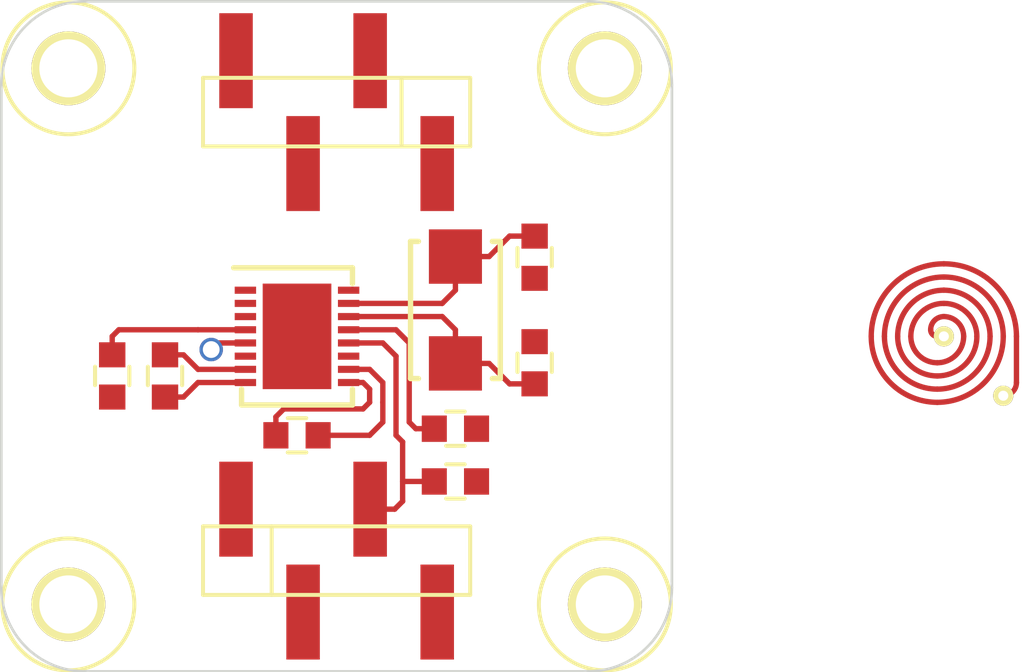
<source format=kicad_pcb>
(kicad_pcb (version 3) (host pcbnew "(2013-07-07 BZR 4022)-stable")

  (general
    (links 28)
    (no_connects 16)
    (area 127.895134 122.061799 171.254001 147.938201)
    (thickness 1.6)
    (drawings 8)
    (tracks 52)
    (zones 0)
    (modules 16)
    (nets 16)
  )

  (page A3)
  (layers
    (15 F.Cu signal)
    (0 B.Cu signal)
    (16 B.Adhes user)
    (17 F.Adhes user)
    (18 B.Paste user)
    (19 F.Paste user)
    (20 B.SilkS user)
    (21 F.SilkS user)
    (22 B.Mask user)
    (23 F.Mask user)
    (24 Dwgs.User user)
    (25 Cmts.User user)
    (26 Eco1.User user)
    (27 Eco2.User user)
    (28 Edge.Cuts user)
  )

  (setup
    (last_trace_width 0.2032)
    (trace_clearance 0.2032)
    (zone_clearance 0.508)
    (zone_45_only no)
    (trace_min 0.2032)
    (segment_width 0.2)
    (edge_width 0.1)
    (via_size 0.889)
    (via_drill 0.635)
    (via_min_size 0.889)
    (via_min_drill 0.508)
    (uvia_size 0.508)
    (uvia_drill 0.127)
    (uvias_allowed no)
    (uvia_min_size 0.508)
    (uvia_min_drill 0.127)
    (pcb_text_width 0.3)
    (pcb_text_size 1.5 1.5)
    (mod_edge_width 0.0762)
    (mod_text_size 1 1)
    (mod_text_width 0.15)
    (pad_size 2.06 2.01)
    (pad_drill 0)
    (pad_to_mask_clearance 0)
    (aux_axis_origin 145 135)
    (visible_elements FFFFFFBF)
    (pcbplotparams
      (layerselection 3178497)
      (usegerberextensions true)
      (excludeedgelayer true)
      (linewidth 0.150000)
      (plotframeref false)
      (viasonmask false)
      (mode 1)
      (useauxorigin false)
      (hpglpennumber 1)
      (hpglpenspeed 20)
      (hpglpendiameter 15)
      (hpglpenoverlay 2)
      (psnegative false)
      (psa4output false)
      (plotreference true)
      (plotvalue true)
      (plotothertext true)
      (plotinvisibletext false)
      (padsonsilk false)
      (subtractmaskfromsilk false)
      (outputformat 1)
      (mirror false)
      (drillshape 1)
      (scaleselection 1)
      (outputdirectory ""))
  )

  (net 0 "")
  (net 1 +3.3V)
  (net 2 +5V)
  (net 3 /CS)
  (net 4 /INT)
  (net 5 /MISO)
  (net 6 /MOSI)
  (net 7 /SCK)
  (net 8 /XIN)
  (net 9 /XOUT)
  (net 10 GND)
  (net 11 N-0000011)
  (net 12 N-0000012)
  (net 13 N-0000013)
  (net 14 N-0000014)
  (net 15 N-0000015)

  (net_class Default "This is the default net class."
    (clearance 0.2032)
    (trace_width 0.2032)
    (via_dia 0.889)
    (via_drill 0.635)
    (uvia_dia 0.508)
    (uvia_drill 0.127)
    (add_net "")
    (add_net +3.3V)
    (add_net +5V)
    (add_net /CS)
    (add_net /INT)
    (add_net /MISO)
    (add_net /MOSI)
    (add_net /SCK)
    (add_net /XIN)
    (add_net /XOUT)
    (add_net GND)
    (add_net N-0000011)
    (add_net N-0000012)
    (add_net N-0000013)
    (add_net N-0000014)
    (add_net N-0000015)
  )

  (module SON50P500X400-17N (layer F.Cu) (tedit 5287EB5E) (tstamp 528E9622)
    (at 143.5 135 270)
    (path /5287E9D6)
    (fp_text reference U1 (at 0 0 270) (layer F.SilkS) hide
      (effects (font (size 1.524 1.016) (thickness 0.254)))
    )
    (fp_text value LDC1000 (at 4 0 360) (layer F.SilkS) hide
      (effects (font (size 1.524 1.016) (thickness 0.254)))
    )
    (fp_line (start 2 -2.1) (end 2.6 -2.1) (layer F.SilkS) (width 0.2032))
    (fp_line (start 2.6 -2.1) (end 2.6 2.1) (layer F.SilkS) (width 0.2032))
    (fp_line (start 2.6 2.1) (end 2 2.1) (layer F.SilkS) (width 0.2032))
    (fp_line (start -2 -2.1) (end -2.6 -2.1) (layer F.SilkS) (width 0.2032))
    (fp_line (start -2.6 -2.1) (end -2.6 2.4) (layer F.SilkS) (width 0.2032))
    (fp_line (start -2.8 -2.6) (end 2.8 -2.6) (layer Eco1.User) (width 0.1016))
    (fp_line (start 2.8 -2.6) (end 2.8 2.6) (layer Eco1.User) (width 0.1016))
    (fp_line (start 2.8 2.6) (end -2.8 2.6) (layer Eco1.User) (width 0.1016))
    (fp_line (start -2.8 2.6) (end -2.8 -2.6) (layer Eco1.User) (width 0.1016))
    (fp_line (start -2.5 -2) (end 2.5 -2) (layer Dwgs.User) (width 0.1016))
    (fp_line (start 2.5 -2) (end 2.5 2) (layer Dwgs.User) (width 0.1016))
    (fp_line (start 2.5 2) (end -2.5 2) (layer Dwgs.User) (width 0.1016))
    (fp_line (start -2.5 2) (end -2.5 -2) (layer Dwgs.User) (width 0.1016))
    (pad 1 smd rect (at -1.75 1.955 270) (size 0.27 0.81)
      (layers F.Cu F.Paste F.Mask)
      (net 7 /SCK)
    )
    (pad 2 smd rect (at -1.25 1.955 270) (size 0.27 0.81)
      (layers F.Cu F.Paste F.Mask)
      (net 3 /CS)
    )
    (pad 3 smd rect (at -0.75 1.955 270) (size 0.27 0.81)
      (layers F.Cu F.Paste F.Mask)
      (net 6 /MOSI)
    )
    (pad 4 smd rect (at -0.25 1.955 270) (size 0.27 0.81)
      (layers F.Cu F.Paste F.Mask)
      (net 1 +3.3V)
    )
    (pad 5 smd rect (at 0.25 1.955 270) (size 0.27 0.81)
      (layers F.Cu F.Paste F.Mask)
      (net 5 /MISO)
    )
    (pad 6 smd rect (at 0.75 1.955 270) (size 0.27 0.81)
      (layers F.Cu F.Paste F.Mask)
      (net 10 GND)
    )
    (pad 7 smd rect (at 1.25 1.955 270) (size 0.27 0.81)
      (layers F.Cu F.Paste F.Mask)
      (net 13 N-0000013)
    )
    (pad 8 smd rect (at 1.75 1.955 270) (size 0.27 0.81)
      (layers F.Cu F.Paste F.Mask)
      (net 14 N-0000014)
    )
    (pad 9 smd rect (at 1.75 -1.955 270) (size 0.27 0.81)
      (layers F.Cu F.Paste F.Mask)
      (net 12 N-0000012)
    )
    (pad 10 smd rect (at 1.25 -1.955 270) (size 0.27 0.81)
      (layers F.Cu F.Paste F.Mask)
      (net 11 N-0000011)
    )
    (pad 11 smd rect (at 0.75 -1.955 270) (size 0.27 0.81)
      (layers F.Cu F.Paste F.Mask)
      (net 10 GND)
    )
    (pad 12 smd rect (at 0.25 -1.955 270) (size 0.27 0.81)
      (layers F.Cu F.Paste F.Mask)
      (net 2 +5V)
    )
    (pad 13 smd rect (at -0.25 -1.955 270) (size 0.27 0.81)
      (layers F.Cu F.Paste F.Mask)
      (net 15 N-0000015)
    )
    (pad 14 smd rect (at -0.75 -1.955 270) (size 0.27 0.81)
      (layers F.Cu F.Paste F.Mask)
      (net 8 /XIN)
    )
    (pad 15 smd rect (at -1.25 -1.955 270) (size 0.27 0.81)
      (layers F.Cu F.Paste F.Mask)
      (net 9 /XOUT)
    )
    (pad 16 smd rect (at -1.75 -1.955 270) (size 0.27 0.81)
      (layers F.Cu F.Paste F.Mask)
      (net 4 /INT)
    )
    (pad 17 smd rect (at 0 0 270) (size 4 2.6)
      (layers F.Cu F.Paste F.Mask)
      (net 10 GND)
    )
    (model 3D/IC/SON50P500X400-16.wrl
      (at (xyz 0 0 0))
      (scale (xyz 0.393701 0.393701 0.393701))
      (rotate (xyz 0 0 0))
    )
  )

  (module IND-COIL-550 (layer F.Cu) (tedit 528E8DCB) (tstamp 528E9642)
    (at 168 135)
    (path /5287F733)
    (clearance 0.2032)
    (fp_text reference L1 (at 0 -1.25) (layer F.SilkS) hide
      (effects (font (size 1 1) (thickness 0.15)))
    )
    (fp_text value L (at 0 1.25) (layer F.SilkS) hide
      (effects (font (size 1 1) (thickness 0.15)))
    )
    (fp_line (start -3 -3) (end -3 3) (layer Eco1.User) (width 0.1016))
    (fp_line (start -3 3) (end 3 3) (layer Eco1.User) (width 0.1016))
    (fp_line (start 3 3) (end 3 -3) (layer Eco1.User) (width 0.1016))
    (fp_line (start 3 -3) (end -3 -3) (layer Eco1.User) (width 0.1016))
    (fp_line (start 2.75 0) (end 2.75 1.75) (layer F.Cu) (width 0.2032))
    (fp_arc (start 2.25 1.75) (end 2.75 1.75) (angle 90) (layer F.Cu) (width 0.2032))
    (fp_arc (start 0 0) (end 0 -2.75) (angle 90) (layer F.Cu) (width 0.2032))
    (fp_arc (start 0 0) (end -2.75 0) (angle 90) (layer F.Cu) (width 0.2032))
    (fp_arc (start -0.25 0) (end -0.25 2.5) (angle 90) (layer F.Cu) (width 0.2032))
    (fp_arc (start -0.25 0) (end 2.25 0) (angle 90) (layer F.Cu) (width 0.2032))
    (fp_arc (start 0 0) (end 0 -2.25) (angle 90) (layer F.Cu) (width 0.2032))
    (fp_arc (start 0 0) (end -2.25 0) (angle 90) (layer F.Cu) (width 0.2032))
    (fp_arc (start -0.25 0) (end -0.25 2) (angle 90) (layer F.Cu) (width 0.2032))
    (fp_arc (start -0.25 0) (end 1.75 0) (angle 90) (layer F.Cu) (width 0.2032))
    (fp_arc (start 0 0) (end 0 -1.75) (angle 90) (layer F.Cu) (width 0.2032))
    (fp_arc (start 0 0) (end -1.75 0) (angle 90) (layer F.Cu) (width 0.2032))
    (fp_arc (start -0.25 0) (end -0.25 1.5) (angle 90) (layer F.Cu) (width 0.2032))
    (fp_arc (start -0.25 0) (end 1.25 0) (angle 90) (layer F.Cu) (width 0.2032))
    (fp_arc (start 0 0) (end 0 -1.25) (angle 90) (layer F.Cu) (width 0.2032))
    (fp_arc (start 0 0) (end -1.25 0) (angle 90) (layer F.Cu) (width 0.2032))
    (fp_arc (start -0.25 0) (end -0.25 1) (angle 90) (layer F.Cu) (width 0.2032))
    (fp_arc (start -0.25 0) (end 0.75 0) (angle 90) (layer F.Cu) (width 0.2032))
    (fp_line (start -0.25 0) (end 0 0) (layer F.Cu) (width 0.2032))
    (fp_arc (start -0.25 -0.25) (end -0.25 0) (angle 90) (layer F.Cu) (width 0.2032))
    (fp_arc (start 0 -0.25) (end -0.5 -0.25) (angle 90) (layer F.Cu) (width 0.2032))
    (fp_arc (start 0 0) (end 0 -0.75) (angle 90) (layer F.Cu) (width 0.2032))
    (pad 1 thru_hole circle (at 0 0) (size 0.762 0.762) (drill 0.381)
      (layers *.Cu *.Mask F.SilkS)
      (net 11 N-0000011)
    )
    (pad 2 thru_hole circle (at 2.25 2.25) (size 0.762 0.762) (drill 0.381)
      (layers *.Cu *.Mask F.SilkS)
      (net 12 N-0000012)
    )
  )

  (module CAPC1608-N (layer F.Cu) (tedit 525A51D8) (tstamp 528E9654)
    (at 143.5 138.75)
    (path /5287F742)
    (fp_text reference C1 (at 0 -2) (layer F.SilkS) hide
      (effects (font (size 1.27 0.762) (thickness 0.1524)))
    )
    (fp_text value C (at 0 2) (layer F.SilkS) hide
      (effects (font (size 1.27 0.762) (thickness 0.1524)))
    )
    (fp_line (start 0.35 0.65) (end -0.35 0.65) (layer F.SilkS) (width 0.1524))
    (fp_line (start -0.35 -0.65) (end 0.35 -0.65) (layer F.SilkS) (width 0.1524))
    (fp_line (start 0.45 -0.4) (end 0.45 0.4) (layer Dwgs.User) (width 0.0762))
    (fp_line (start -0.45 0.4) (end -0.45 -0.4) (layer Dwgs.User) (width 0.0762))
    (fp_line (start -0.8 0.4) (end 0.8 0.4) (layer Dwgs.User) (width 0.0762))
    (fp_line (start 0.8 0.4) (end 0.8 -0.4) (layer Dwgs.User) (width 0.0762))
    (fp_line (start 0.8 -0.4) (end -0.8 -0.4) (layer Dwgs.User) (width 0.0762))
    (fp_line (start -0.8 -0.4) (end -0.8 0.4) (layer Dwgs.User) (width 0.0762))
    (fp_line (start -1.55 -0.75) (end 1.55 -0.75) (layer Eco1.User) (width 0.0762))
    (fp_line (start 1.55 -0.75) (end 1.55 0.75) (layer Eco1.User) (width 0.0762))
    (fp_line (start 1.55 0.75) (end -1.55 0.75) (layer Eco1.User) (width 0.0762))
    (fp_line (start -1.55 0.74) (end -1.55 -0.75) (layer Eco1.User) (width 0.0762))
    (pad 1 smd rect (at -0.8 0) (size 0.95 1)
      (layers F.Cu F.Paste F.Mask)
      (net 12 N-0000012)
    )
    (pad 2 smd rect (at 0.8 0) (size 0.95 1)
      (layers F.Cu F.Paste F.Mask)
      (net 11 N-0000011)
    )
    (model 3D/Passive/CAPC1608.wrl
      (at (xyz 0 0 0))
      (scale (xyz 0.393701 0.393701 0.393701))
      (rotate (xyz 0 0 0))
    )
  )

  (module CAPC1608-N (layer F.Cu) (tedit 525A51D8) (tstamp 528EAA72)
    (at 138.5 136.5 90)
    (path /5287F78E)
    (fp_text reference C4 (at 0 -2 90) (layer F.SilkS) hide
      (effects (font (size 1.27 0.762) (thickness 0.1524)))
    )
    (fp_text value C (at 0 2 90) (layer F.SilkS) hide
      (effects (font (size 1.27 0.762) (thickness 0.1524)))
    )
    (fp_line (start 0.35 0.65) (end -0.35 0.65) (layer F.SilkS) (width 0.1524))
    (fp_line (start -0.35 -0.65) (end 0.35 -0.65) (layer F.SilkS) (width 0.1524))
    (fp_line (start 0.45 -0.4) (end 0.45 0.4) (layer Dwgs.User) (width 0.0762))
    (fp_line (start -0.45 0.4) (end -0.45 -0.4) (layer Dwgs.User) (width 0.0762))
    (fp_line (start -0.8 0.4) (end 0.8 0.4) (layer Dwgs.User) (width 0.0762))
    (fp_line (start 0.8 0.4) (end 0.8 -0.4) (layer Dwgs.User) (width 0.0762))
    (fp_line (start 0.8 -0.4) (end -0.8 -0.4) (layer Dwgs.User) (width 0.0762))
    (fp_line (start -0.8 -0.4) (end -0.8 0.4) (layer Dwgs.User) (width 0.0762))
    (fp_line (start -1.55 -0.75) (end 1.55 -0.75) (layer Eco1.User) (width 0.0762))
    (fp_line (start 1.55 -0.75) (end 1.55 0.75) (layer Eco1.User) (width 0.0762))
    (fp_line (start 1.55 0.75) (end -1.55 0.75) (layer Eco1.User) (width 0.0762))
    (fp_line (start -1.55 0.74) (end -1.55 -0.75) (layer Eco1.User) (width 0.0762))
    (pad 1 smd rect (at -0.8 0 90) (size 0.95 1)
      (layers F.Cu F.Paste F.Mask)
      (net 14 N-0000014)
    )
    (pad 2 smd rect (at 0.8 0 90) (size 0.95 1)
      (layers F.Cu F.Paste F.Mask)
      (net 13 N-0000013)
    )
    (model 3D/Passive/CAPC1608.wrl
      (at (xyz 0 0 0))
      (scale (xyz 0.393701 0.393701 0.393701))
      (rotate (xyz 0 0 0))
    )
  )

  (module CAPC1608-N (layer F.Cu) (tedit 525A51D8) (tstamp 528E9678)
    (at 149.5 138.5)
    (path /528BE63E)
    (fp_text reference C5 (at 0 -2) (layer F.SilkS) hide
      (effects (font (size 1.27 0.762) (thickness 0.1524)))
    )
    (fp_text value 0.056uF (at 0 2) (layer F.SilkS) hide
      (effects (font (size 1.27 0.762) (thickness 0.1524)))
    )
    (fp_line (start 0.35 0.65) (end -0.35 0.65) (layer F.SilkS) (width 0.1524))
    (fp_line (start -0.35 -0.65) (end 0.35 -0.65) (layer F.SilkS) (width 0.1524))
    (fp_line (start 0.45 -0.4) (end 0.45 0.4) (layer Dwgs.User) (width 0.0762))
    (fp_line (start -0.45 0.4) (end -0.45 -0.4) (layer Dwgs.User) (width 0.0762))
    (fp_line (start -0.8 0.4) (end 0.8 0.4) (layer Dwgs.User) (width 0.0762))
    (fp_line (start 0.8 0.4) (end 0.8 -0.4) (layer Dwgs.User) (width 0.0762))
    (fp_line (start 0.8 -0.4) (end -0.8 -0.4) (layer Dwgs.User) (width 0.0762))
    (fp_line (start -0.8 -0.4) (end -0.8 0.4) (layer Dwgs.User) (width 0.0762))
    (fp_line (start -1.55 -0.75) (end 1.55 -0.75) (layer Eco1.User) (width 0.0762))
    (fp_line (start 1.55 -0.75) (end 1.55 0.75) (layer Eco1.User) (width 0.0762))
    (fp_line (start 1.55 0.75) (end -1.55 0.75) (layer Eco1.User) (width 0.0762))
    (fp_line (start -1.55 0.74) (end -1.55 -0.75) (layer Eco1.User) (width 0.0762))
    (pad 1 smd rect (at -0.8 0) (size 0.95 1)
      (layers F.Cu F.Paste F.Mask)
      (net 15 N-0000015)
    )
    (pad 2 smd rect (at 0.8 0) (size 0.95 1)
      (layers F.Cu F.Paste F.Mask)
      (net 10 GND)
    )
    (model 3D/Passive/CAPC1608.wrl
      (at (xyz 0 0 0))
      (scale (xyz 0.393701 0.393701 0.393701))
      (rotate (xyz 0 0 0))
    )
  )

  (module CAPC1608-N (layer F.Cu) (tedit 525A51D8) (tstamp 528EAA5F)
    (at 136.5 136.5 270)
    (path /528BE916)
    (fp_text reference C2 (at 0 -2 270) (layer F.SilkS) hide
      (effects (font (size 1.27 0.762) (thickness 0.1524)))
    )
    (fp_text value 0.1uF (at 0 2 270) (layer F.SilkS) hide
      (effects (font (size 1.27 0.762) (thickness 0.1524)))
    )
    (fp_line (start 0.35 0.65) (end -0.35 0.65) (layer F.SilkS) (width 0.1524))
    (fp_line (start -0.35 -0.65) (end 0.35 -0.65) (layer F.SilkS) (width 0.1524))
    (fp_line (start 0.45 -0.4) (end 0.45 0.4) (layer Dwgs.User) (width 0.0762))
    (fp_line (start -0.45 0.4) (end -0.45 -0.4) (layer Dwgs.User) (width 0.0762))
    (fp_line (start -0.8 0.4) (end 0.8 0.4) (layer Dwgs.User) (width 0.0762))
    (fp_line (start 0.8 0.4) (end 0.8 -0.4) (layer Dwgs.User) (width 0.0762))
    (fp_line (start 0.8 -0.4) (end -0.8 -0.4) (layer Dwgs.User) (width 0.0762))
    (fp_line (start -0.8 -0.4) (end -0.8 0.4) (layer Dwgs.User) (width 0.0762))
    (fp_line (start -1.55 -0.75) (end 1.55 -0.75) (layer Eco1.User) (width 0.0762))
    (fp_line (start 1.55 -0.75) (end 1.55 0.75) (layer Eco1.User) (width 0.0762))
    (fp_line (start 1.55 0.75) (end -1.55 0.75) (layer Eco1.User) (width 0.0762))
    (fp_line (start -1.55 0.74) (end -1.55 -0.75) (layer Eco1.User) (width 0.0762))
    (pad 1 smd rect (at -0.8 0 270) (size 0.95 1)
      (layers F.Cu F.Paste F.Mask)
      (net 1 +3.3V)
    )
    (pad 2 smd rect (at 0.8 0 270) (size 0.95 1)
      (layers F.Cu F.Paste F.Mask)
      (net 10 GND)
    )
    (model 3D/Passive/CAPC1608.wrl
      (at (xyz 0 0 0))
      (scale (xyz 0.393701 0.393701 0.393701))
      (rotate (xyz 0 0 0))
    )
  )

  (module CAPC1608-N (layer F.Cu) (tedit 525A51D8) (tstamp 528E969C)
    (at 149.5 140.5)
    (path /528BE9D6)
    (fp_text reference C3 (at 0 -2) (layer F.SilkS) hide
      (effects (font (size 1.27 0.762) (thickness 0.1524)))
    )
    (fp_text value 0.1uF (at 0 2) (layer F.SilkS) hide
      (effects (font (size 1.27 0.762) (thickness 0.1524)))
    )
    (fp_line (start 0.35 0.65) (end -0.35 0.65) (layer F.SilkS) (width 0.1524))
    (fp_line (start -0.35 -0.65) (end 0.35 -0.65) (layer F.SilkS) (width 0.1524))
    (fp_line (start 0.45 -0.4) (end 0.45 0.4) (layer Dwgs.User) (width 0.0762))
    (fp_line (start -0.45 0.4) (end -0.45 -0.4) (layer Dwgs.User) (width 0.0762))
    (fp_line (start -0.8 0.4) (end 0.8 0.4) (layer Dwgs.User) (width 0.0762))
    (fp_line (start 0.8 0.4) (end 0.8 -0.4) (layer Dwgs.User) (width 0.0762))
    (fp_line (start 0.8 -0.4) (end -0.8 -0.4) (layer Dwgs.User) (width 0.0762))
    (fp_line (start -0.8 -0.4) (end -0.8 0.4) (layer Dwgs.User) (width 0.0762))
    (fp_line (start -1.55 -0.75) (end 1.55 -0.75) (layer Eco1.User) (width 0.0762))
    (fp_line (start 1.55 -0.75) (end 1.55 0.75) (layer Eco1.User) (width 0.0762))
    (fp_line (start 1.55 0.75) (end -1.55 0.75) (layer Eco1.User) (width 0.0762))
    (fp_line (start -1.55 0.74) (end -1.55 -0.75) (layer Eco1.User) (width 0.0762))
    (pad 1 smd rect (at -0.8 0) (size 0.95 1)
      (layers F.Cu F.Paste F.Mask)
      (net 2 +5V)
    )
    (pad 2 smd rect (at 0.8 0) (size 0.95 1)
      (layers F.Cu F.Paste F.Mask)
      (net 10 GND)
    )
    (model 3D/Passive/CAPC1608.wrl
      (at (xyz 0 0 0))
      (scale (xyz 0.393701 0.393701 0.393701))
      (rotate (xyz 0 0 0))
    )
  )

  (module CAPC1608-N (layer F.Cu) (tedit 525A51D8) (tstamp 528E96AE)
    (at 152.5 132 270)
    (path /528E964C)
    (fp_text reference C7 (at 0 -2 270) (layer F.SilkS) hide
      (effects (font (size 1.27 0.762) (thickness 0.1524)))
    )
    (fp_text value 20pF (at 0 2 270) (layer F.SilkS) hide
      (effects (font (size 1.27 0.762) (thickness 0.1524)))
    )
    (fp_line (start 0.35 0.65) (end -0.35 0.65) (layer F.SilkS) (width 0.1524))
    (fp_line (start -0.35 -0.65) (end 0.35 -0.65) (layer F.SilkS) (width 0.1524))
    (fp_line (start 0.45 -0.4) (end 0.45 0.4) (layer Dwgs.User) (width 0.0762))
    (fp_line (start -0.45 0.4) (end -0.45 -0.4) (layer Dwgs.User) (width 0.0762))
    (fp_line (start -0.8 0.4) (end 0.8 0.4) (layer Dwgs.User) (width 0.0762))
    (fp_line (start 0.8 0.4) (end 0.8 -0.4) (layer Dwgs.User) (width 0.0762))
    (fp_line (start 0.8 -0.4) (end -0.8 -0.4) (layer Dwgs.User) (width 0.0762))
    (fp_line (start -0.8 -0.4) (end -0.8 0.4) (layer Dwgs.User) (width 0.0762))
    (fp_line (start -1.55 -0.75) (end 1.55 -0.75) (layer Eco1.User) (width 0.0762))
    (fp_line (start 1.55 -0.75) (end 1.55 0.75) (layer Eco1.User) (width 0.0762))
    (fp_line (start 1.55 0.75) (end -1.55 0.75) (layer Eco1.User) (width 0.0762))
    (fp_line (start -1.55 0.74) (end -1.55 -0.75) (layer Eco1.User) (width 0.0762))
    (pad 1 smd rect (at -0.8 0 270) (size 0.95 1)
      (layers F.Cu F.Paste F.Mask)
      (net 9 /XOUT)
    )
    (pad 2 smd rect (at 0.8 0 270) (size 0.95 1)
      (layers F.Cu F.Paste F.Mask)
      (net 10 GND)
    )
    (model 3D/Passive/CAPC1608.wrl
      (at (xyz 0 0 0))
      (scale (xyz 0.393701 0.393701 0.393701))
      (rotate (xyz 0 0 0))
    )
  )

  (module CAPC1608-N (layer F.Cu) (tedit 525A51D8) (tstamp 528E96C0)
    (at 152.5 136 90)
    (path /528E8CF3)
    (fp_text reference C6 (at 0 -2 90) (layer F.SilkS) hide
      (effects (font (size 1.27 0.762) (thickness 0.1524)))
    )
    (fp_text value 20pF (at 0 2 90) (layer F.SilkS) hide
      (effects (font (size 1.27 0.762) (thickness 0.1524)))
    )
    (fp_line (start 0.35 0.65) (end -0.35 0.65) (layer F.SilkS) (width 0.1524))
    (fp_line (start -0.35 -0.65) (end 0.35 -0.65) (layer F.SilkS) (width 0.1524))
    (fp_line (start 0.45 -0.4) (end 0.45 0.4) (layer Dwgs.User) (width 0.0762))
    (fp_line (start -0.45 0.4) (end -0.45 -0.4) (layer Dwgs.User) (width 0.0762))
    (fp_line (start -0.8 0.4) (end 0.8 0.4) (layer Dwgs.User) (width 0.0762))
    (fp_line (start 0.8 0.4) (end 0.8 -0.4) (layer Dwgs.User) (width 0.0762))
    (fp_line (start 0.8 -0.4) (end -0.8 -0.4) (layer Dwgs.User) (width 0.0762))
    (fp_line (start -0.8 -0.4) (end -0.8 0.4) (layer Dwgs.User) (width 0.0762))
    (fp_line (start -1.55 -0.75) (end 1.55 -0.75) (layer Eco1.User) (width 0.0762))
    (fp_line (start 1.55 -0.75) (end 1.55 0.75) (layer Eco1.User) (width 0.0762))
    (fp_line (start 1.55 0.75) (end -1.55 0.75) (layer Eco1.User) (width 0.0762))
    (fp_line (start -1.55 0.74) (end -1.55 -0.75) (layer Eco1.User) (width 0.0762))
    (pad 1 smd rect (at -0.8 0 90) (size 0.95 1)
      (layers F.Cu F.Paste F.Mask)
      (net 8 /XIN)
    )
    (pad 2 smd rect (at 0.8 0 90) (size 0.95 1)
      (layers F.Cu F.Paste F.Mask)
      (net 10 GND)
    )
    (model 3D/Passive/CAPC1608.wrl
      (at (xyz 0 0 0))
      (scale (xyz 0.393701 0.393701 0.393701))
      (rotate (xyz 0 0 0))
    )
  )

  (module XTAL-2SMD-50X32 (layer F.Cu) (tedit 528E920B) (tstamp 528EA798)
    (at 149.5 134 90)
    (path /528E8CC9)
    (fp_text reference X1 (at 0 -2.5 90) (layer F.SilkS) hide
      (effects (font (size 1.016 1.016) (thickness 0.1524)))
    )
    (fp_text value 8MHz (at 0 2.5 90) (layer F.SilkS) hide
      (effects (font (size 1.016 1.016) (thickness 0.1524)))
    )
    (fp_line (start -3.31 -1.85) (end 3.31 -1.85) (layer Eco1.User) (width 0.0762))
    (fp_line (start 3.31 -1.85) (end 3.31 1.85) (layer Eco1.User) (width 0.0762))
    (fp_line (start 3.31 1.85) (end -3.31 1.85) (layer Eco1.User) (width 0.0762))
    (fp_line (start -3.31 1.85) (end -3.31 -1.85) (layer Eco1.User) (width 0.0762))
    (fp_line (start 2.6 1.4) (end 2.6 1.7) (layer F.SilkS) (width 0.2032))
    (fp_line (start 2.6 1.7) (end -2.6 1.7) (layer F.SilkS) (width 0.2032))
    (fp_line (start -2.6 1.7) (end -2.6 1.4) (layer F.SilkS) (width 0.2032))
    (fp_line (start -2.6 -1.4) (end -2.6 -1.7) (layer F.SilkS) (width 0.2032))
    (fp_line (start -2.6 -1.7) (end 2.6 -1.7) (layer F.SilkS) (width 0.2032))
    (fp_line (start 2.6 -1.7) (end 2.6 -1.4) (layer F.SilkS) (width 0.2032))
    (fp_line (start 2.5 1) (end 1.2 1) (layer Dwgs.User) (width 0.0762))
    (fp_line (start 1.2 1) (end 1.2 -1) (layer Dwgs.User) (width 0.0762))
    (fp_line (start 1.2 -1) (end 2.5 -1) (layer Dwgs.User) (width 0.0762))
    (fp_line (start -2.5 -1) (end -1.2 -1) (layer Dwgs.User) (width 0.0762))
    (fp_line (start -1.2 -1) (end -1.2 1) (layer Dwgs.User) (width 0.0762))
    (fp_line (start -1.2 1) (end -2.5 1) (layer Dwgs.User) (width 0.0762))
    (fp_line (start -2.5 -1.6) (end 2.5 -1.6) (layer Dwgs.User) (width 0.0762))
    (fp_line (start 2.5 -1.6) (end 2.5 1.6) (layer Dwgs.User) (width 0.0762))
    (fp_line (start 2.5 1.6) (end -2.5 1.6) (layer Dwgs.User) (width 0.0762))
    (fp_line (start -2.5 1.6) (end -2.5 -1.6) (layer Dwgs.User) (width 0.0762))
    (pad 1 smd rect (at -2.025 0 90) (size 2.06 2.01)
      (layers F.Cu F.Paste F.Mask)
      (net 8 /XIN)
    )
    (pad 2 smd rect (at 2.025 0 90) (size 2.06 2.01)
      (layers F.Cu F.Paste F.Mask)
      (net 9 /XOUT)
    )
    (model 3D/Misc/XTAL-2SMD-50X32.wrl
      (at (xyz 0 0 0))
      (scale (xyz 0.393701 0.393701 0.393701))
      (rotate (xyz 0 0 0))
    )
  )

  (module HDRV4W38P254_4X1-SMT (layer F.Cu) (tedit 528E9D63) (tstamp 528EB7DC)
    (at 145 143.5)
    (path /528E8E3E)
    (fp_text reference J1 (at -6 0 90) (layer F.SilkS) hide
      (effects (font (size 1 1) (thickness 0.15)))
    )
    (fp_text value CONN-4 (at 0 0) (layer F.SilkS) hide
      (effects (font (size 1 1) (thickness 0.15)))
    )
    (fp_line (start -2.46 -1.3) (end -2.46 1.3) (layer F.SilkS) (width 0.15))
    (fp_line (start -5.06 -1.3) (end -5.06 1.3) (layer F.SilkS) (width 0.15))
    (fp_line (start -5.06 1.3) (end 5.06 1.3) (layer F.SilkS) (width 0.15))
    (fp_line (start 5.06 1.3) (end 5.06 -1.3) (layer F.SilkS) (width 0.15))
    (fp_line (start 5.06 -1.3) (end -5.06 -1.3) (layer F.SilkS) (width 0.15))
    (pad 1 smd rect (at -3.81 -1.95) (size 1.27 3.6)
      (layers F.Cu F.Paste F.Mask)
      (net 1 +3.3V)
    )
    (pad 2 smd rect (at -1.27 1.95) (size 1.27 3.6)
      (layers F.Cu F.Paste F.Mask)
      (net 10 GND)
    )
    (pad 3 smd rect (at 1.27 -1.95) (size 1.27 3.6)
      (layers F.Cu F.Paste F.Mask)
      (net 2 +5V)
    )
    (pad 4 smd rect (at 3.81 1.95) (size 1.27 3.6)
      (layers F.Cu F.Paste F.Mask)
      (net 4 /INT)
    )
    (model 3D/Connectors/HDRV4W38P254_4X1-SMT.wrl
      (at (xyz 0 0 0))
      (scale (xyz 0.393701 0.393701 0.393701))
      (rotate (xyz 0 0 0))
    )
  )

  (module HDRV4W38P254_4X1-SMT (layer F.Cu) (tedit 528E9D63) (tstamp 528EB7E9)
    (at 145 126.5 180)
    (path /528E8E4D)
    (fp_text reference J2 (at -6 0 270) (layer F.SilkS) hide
      (effects (font (size 1 1) (thickness 0.15)))
    )
    (fp_text value CONN-4 (at 0 0 180) (layer F.SilkS) hide
      (effects (font (size 1 1) (thickness 0.15)))
    )
    (fp_line (start -2.46 -1.3) (end -2.46 1.3) (layer F.SilkS) (width 0.15))
    (fp_line (start -5.06 -1.3) (end -5.06 1.3) (layer F.SilkS) (width 0.15))
    (fp_line (start -5.06 1.3) (end 5.06 1.3) (layer F.SilkS) (width 0.15))
    (fp_line (start 5.06 1.3) (end 5.06 -1.3) (layer F.SilkS) (width 0.15))
    (fp_line (start 5.06 -1.3) (end -5.06 -1.3) (layer F.SilkS) (width 0.15))
    (pad 1 smd rect (at -3.81 -1.95 180) (size 1.27 3.6)
      (layers F.Cu F.Paste F.Mask)
      (net 7 /SCK)
    )
    (pad 2 smd rect (at -1.27 1.95 180) (size 1.27 3.6)
      (layers F.Cu F.Paste F.Mask)
      (net 3 /CS)
    )
    (pad 3 smd rect (at 1.27 -1.95 180) (size 1.27 3.6)
      (layers F.Cu F.Paste F.Mask)
      (net 6 /MOSI)
    )
    (pad 4 smd rect (at 3.81 1.95 180) (size 1.27 3.6)
      (layers F.Cu F.Paste F.Mask)
      (net 5 /MISO)
    )
    (model 3D/Connectors/HDRV4W38P254_4X1-SMT.wrl
      (at (xyz 0 0 0))
      (scale (xyz 0.393701 0.393701 0.393701))
      (rotate (xyz 0 0 0))
    )
  )

  (module MECH-HOLE220 (layer F.Cu) (tedit 5228D98A) (tstamp 528EC4BC)
    (at 134.84 124.84)
    (fp_text reference MECH-HOLE220 (at 0 0) (layer F.SilkS) hide
      (effects (font (size 1 1) (thickness 0.15)))
    )
    (fp_text value VAL** (at 0 0) (layer F.SilkS) hide
      (effects (font (size 1 1) (thickness 0.15)))
    )
    (fp_circle (center 0 0) (end 2.5 0) (layer F.SilkS) (width 0.15))
    (pad "" thru_hole circle (at 0 0) (size 2.8 2.8) (drill 2.2)
      (layers *.Cu *.Mask F.SilkS)
    )
  )

  (module MECH-HOLE220 (layer F.Cu) (tedit 5228D98A) (tstamp 528EC4C7)
    (at 155.16 124.84)
    (fp_text reference MECH-HOLE220 (at 0 0) (layer F.SilkS) hide
      (effects (font (size 1 1) (thickness 0.15)))
    )
    (fp_text value VAL** (at 0 0) (layer F.SilkS) hide
      (effects (font (size 1 1) (thickness 0.15)))
    )
    (fp_circle (center 0 0) (end 2.5 0) (layer F.SilkS) (width 0.15))
    (pad "" thru_hole circle (at 0 0) (size 2.8 2.8) (drill 2.2)
      (layers *.Cu *.Mask F.SilkS)
    )
  )

  (module MECH-HOLE220 (layer F.Cu) (tedit 5228D98A) (tstamp 528EC4D2)
    (at 155.16 145.16)
    (fp_text reference MECH-HOLE220 (at 0 0) (layer F.SilkS) hide
      (effects (font (size 1 1) (thickness 0.15)))
    )
    (fp_text value VAL** (at 0 0) (layer F.SilkS) hide
      (effects (font (size 1 1) (thickness 0.15)))
    )
    (fp_circle (center 0 0) (end 2.5 0) (layer F.SilkS) (width 0.15))
    (pad "" thru_hole circle (at 0 0) (size 2.8 2.8) (drill 2.2)
      (layers *.Cu *.Mask F.SilkS)
    )
  )

  (module MECH-HOLE220 (layer F.Cu) (tedit 5228D98A) (tstamp 528EC4DD)
    (at 134.84 145.16)
    (fp_text reference MECH-HOLE220 (at 0 0) (layer F.SilkS) hide
      (effects (font (size 1 1) (thickness 0.15)))
    )
    (fp_text value VAL** (at 0 0) (layer F.SilkS) hide
      (effects (font (size 1 1) (thickness 0.15)))
    )
    (fp_circle (center 0 0) (end 2.5 0) (layer F.SilkS) (width 0.15))
    (pad "" thru_hole circle (at 0 0) (size 2.8 2.8) (drill 2.2)
      (layers *.Cu *.Mask F.SilkS)
    )
  )

  (gr_line (start 132.3 144.525) (end 132.3 125.475) (angle 90) (layer Edge.Cuts) (width 0.1))
  (gr_line (start 154.525 147.7) (end 135.475 147.7) (angle 90) (layer Edge.Cuts) (width 0.1))
  (gr_line (start 157.7 125.475) (end 157.7 144.525) (angle 90) (layer Edge.Cuts) (width 0.1))
  (gr_line (start 135.475 122.3) (end 154.525 122.3) (angle 90) (layer Edge.Cuts) (width 0.1))
  (gr_arc (start 135.475 125.475) (end 132.3 125.475) (angle 90) (layer Edge.Cuts) (width 0.1))
  (gr_arc (start 135.475 144.525) (end 135.475 147.7) (angle 90) (layer Edge.Cuts) (width 0.1))
  (gr_arc (start 154.525 144.525) (end 157.7 144.525) (angle 90) (layer Edge.Cuts) (width 0.1))
  (gr_arc (start 154.525 125.475) (end 154.525 122.3) (angle 90) (layer Edge.Cuts) (width 0.1))

  (segment (start 141.545 134.75) (end 139.75 134.75) (width 0.2032) (layer F.Cu) (net 1))
  (segment (start 136.5 135) (end 136.75 134.75) (width 0.2032) (layer F.Cu) (net 1) (tstamp 528EC6C1))
  (segment (start 136.75 134.75) (end 139.75 134.75) (width 0.2032) (layer F.Cu) (net 1) (tstamp 528EC6C2))
  (segment (start 136.5 135) (end 136.5 135.7) (width 0.2032) (layer F.Cu) (net 1))
  (segment (start 148.7 140.5) (end 147.5 140.5) (width 0.2032) (layer F.Cu) (net 2) (status 400000))
  (segment (start 146.27 141.55) (end 147.2 141.55) (width 0.2032) (layer F.Cu) (net 2) (status 400000))
  (segment (start 147.25 138.75) (end 147.25 135.75) (width 0.2032) (layer F.Cu) (net 2) (tstamp 528EC6E6))
  (segment (start 146.75 135.25) (end 147.25 135.75) (width 0.2032) (layer F.Cu) (net 2) (tstamp 528EC5CC))
  (segment (start 146.75 135.25) (end 145.455 135.25) (width 0.2032) (layer F.Cu) (net 2))
  (segment (start 147.5 139) (end 147.25 138.75) (width 0.2032) (layer F.Cu) (net 2) (tstamp 528EC6F1))
  (segment (start 147.5 141.25) (end 147.5 140.5) (width 0.2032) (layer F.Cu) (net 2) (tstamp 528EC6F0))
  (segment (start 147.5 140.5) (end 147.5 139) (width 0.2032) (layer F.Cu) (net 2) (tstamp 528EC6F6))
  (segment (start 147.2 141.55) (end 147.5 141.25) (width 0.2032) (layer F.Cu) (net 2) (tstamp 528EC6EF))
  (segment (start 141.545 135.25) (end 140.5 135.25) (width 0.2032) (layer F.Cu) (net 5))
  (via (at 140.25 135.5) (size 0.889) (layers F.Cu B.Cu) (net 5))
  (segment (start 140.5 135.25) (end 140.25 135.5) (width 0.2032) (layer F.Cu) (net 5) (tstamp 528EC6CC))
  (segment (start 149.5 136.025) (end 150.775 136.025) (width 0.2032) (layer F.Cu) (net 8))
  (segment (start 151.55 136.8) (end 152.5 136.8) (width 0.2032) (layer F.Cu) (net 8) (tstamp 528EC5BB))
  (segment (start 150.775 136.025) (end 151.55 136.8) (width 0.2032) (layer F.Cu) (net 8) (tstamp 528EC5BA))
  (segment (start 145.455 134.25) (end 149 134.25) (width 0.2032) (layer F.Cu) (net 8))
  (segment (start 149.5 134.75) (end 149.5 136.025) (width 0.2032) (layer F.Cu) (net 8) (tstamp 528EC5B7))
  (segment (start 149 134.25) (end 149.5 134.75) (width 0.2032) (layer F.Cu) (net 8) (tstamp 528EC5B6))
  (segment (start 149.5 131.975) (end 150.775 131.975) (width 0.2032) (layer F.Cu) (net 9))
  (segment (start 151.55 131.2) (end 152.5 131.2) (width 0.2032) (layer F.Cu) (net 9) (tstamp 528EC5BF))
  (segment (start 150.775 131.975) (end 151.55 131.2) (width 0.2032) (layer F.Cu) (net 9) (tstamp 528EC5BE))
  (segment (start 145.455 133.75) (end 149 133.75) (width 0.2032) (layer F.Cu) (net 9))
  (segment (start 149.5 133.25) (end 149.5 131.975) (width 0.2032) (layer F.Cu) (net 9) (tstamp 528EC5B3))
  (segment (start 149 133.75) (end 149.5 133.25) (width 0.2032) (layer F.Cu) (net 9) (tstamp 528EC5B2))
  (segment (start 146.75 137.5) (end 146.75 138.25) (width 0.2032) (layer F.Cu) (net 11))
  (segment (start 146.25 136.25) (end 146.75 136.75) (width 0.2032) (layer F.Cu) (net 11) (tstamp 528EC5D2))
  (segment (start 146.75 136.75) (end 146.75 137.5) (width 0.2032) (layer F.Cu) (net 11) (tstamp 528EC5D3))
  (segment (start 145.455 136.25) (end 146.25 136.25) (width 0.2032) (layer F.Cu) (net 11))
  (segment (start 146.25 138.75) (end 144.3 138.75) (width 0.2032) (layer F.Cu) (net 11) (tstamp 528EC6AF))
  (segment (start 146.75 138.25) (end 146.25 138.75) (width 0.2032) (layer F.Cu) (net 11) (tstamp 528EC6AE))
  (segment (start 146.25 137.5) (end 146 137.75) (width 0.2032) (layer F.Cu) (net 12))
  (segment (start 146 136.75) (end 146.25 137) (width 0.2032) (layer F.Cu) (net 12) (tstamp 528EC5D6))
  (segment (start 146.25 137) (end 146.25 137.5) (width 0.2032) (layer F.Cu) (net 12) (tstamp 528EC5D7))
  (segment (start 145.455 136.75) (end 146 136.75) (width 0.2032) (layer F.Cu) (net 12))
  (segment (start 142.7 138.05) (end 142.7 138.75) (width 0.2032) (layer F.Cu) (net 12) (tstamp 528EC6B6))
  (segment (start 143 137.75) (end 142.7 138.05) (width 0.2032) (layer F.Cu) (net 12) (tstamp 528EC6B5))
  (segment (start 146 137.75) (end 143 137.75) (width 0.2032) (layer F.Cu) (net 12) (tstamp 528EC6B4))
  (segment (start 141.545 136.25) (end 139.75 136.25) (width 0.2032) (layer F.Cu) (net 13))
  (segment (start 139.2 135.7) (end 139.75 136.25) (width 0.2032) (layer F.Cu) (net 13) (tstamp 528EC6BB))
  (segment (start 139.2 135.7) (end 138.5 135.7) (width 0.2032) (layer F.Cu) (net 13))
  (segment (start 141.545 136.75) (end 139.75 136.75) (width 0.2032) (layer F.Cu) (net 14))
  (segment (start 139.2 137.3) (end 139.75 136.75) (width 0.2032) (layer F.Cu) (net 14) (tstamp 528EC6BE))
  (segment (start 139.2 137.3) (end 138.5 137.3) (width 0.2032) (layer F.Cu) (net 14))
  (segment (start 148.7 138.5) (end 148 138.5) (width 0.2032) (layer F.Cu) (net 15))
  (segment (start 147.25 134.75) (end 145.455 134.75) (width 0.2032) (layer F.Cu) (net 15) (tstamp 528EC5C9))
  (segment (start 147.75 135.25) (end 147.25 134.75) (width 0.2032) (layer F.Cu) (net 15) (tstamp 528EC5C8))
  (segment (start 147.75 138.25) (end 147.75 135.25) (width 0.2032) (layer F.Cu) (net 15) (tstamp 528EC5C7))
  (segment (start 148 138.5) (end 147.75 138.25) (width 0.2032) (layer F.Cu) (net 15) (tstamp 528EC5C6))

)

</source>
